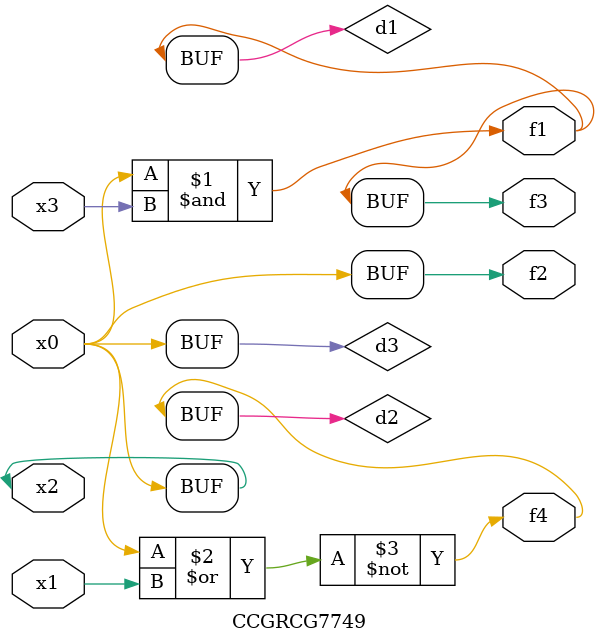
<source format=v>
module CCGRCG7749(
	input x0, x1, x2, x3,
	output f1, f2, f3, f4
);

	wire d1, d2, d3;

	and (d1, x2, x3);
	nor (d2, x0, x1);
	buf (d3, x0, x2);
	assign f1 = d1;
	assign f2 = d3;
	assign f3 = d1;
	assign f4 = d2;
endmodule

</source>
